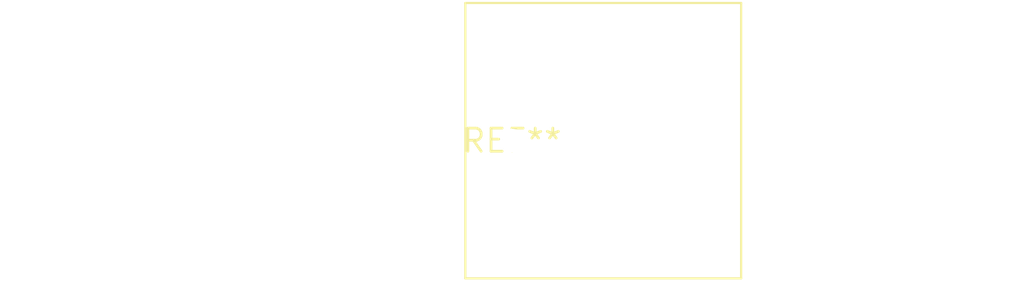
<source format=kicad_pcb>
(kicad_pcb (version 20240108) (generator pcbnew)
  (layers (0 "F.Cu" signal) (31 "B.Cu" signal) (34 "B.Paste" user) (35 "F.Paste" user) (36 "B.SilkS" user "B.Silkscreen") (37 "F.SilkS" user "F.Silkscreen") (38 "B.Mask" user) (39 "F.Mask" user) (44 "Edge.Cuts" user))
  (net 0 "")
  (footprint "Fuseholder_Cylinder-5x20mm_EATON_HBW_Vertical_Closed" (layer "F.Cu") (at 0 0)
    (property "Reference" "REF**")
    (property "Value" "Fuseholder_Cylinder-5x20mm_EATON_HBW_Vertical_Closed")
    (fp_line (start -2.56 -7.56) (end 12.56 -7.56) (layer "F.SilkS") (stroke (width 0.12)))
    (fp_line (start -2.56 7.56) (end -2.56 -7.56) (layer "F.SilkS") (stroke (width 0.12)))
    (fp_line (start 12.56 -7.56) (end 12.56 7.56) (layer "F.SilkS") (stroke (width 0.12)))
    (fp_line (start 12.56 7.56) (end -2.56 7.56) (layer "F.SilkS") (stroke (width 0.12)))
    (pad "1" thru_hole circle (at 0 0) (size 2.3 2.3) (drill 1.3) (layers *.Cu *.Mask) (remove_unused_layers))
    (pad "2" thru_hole circle (at 10 0) (size 2.3 2.3) (drill 1.3) (layers *.Cu *.Mask) (remove_unused_layers))
  )
)
</source>
